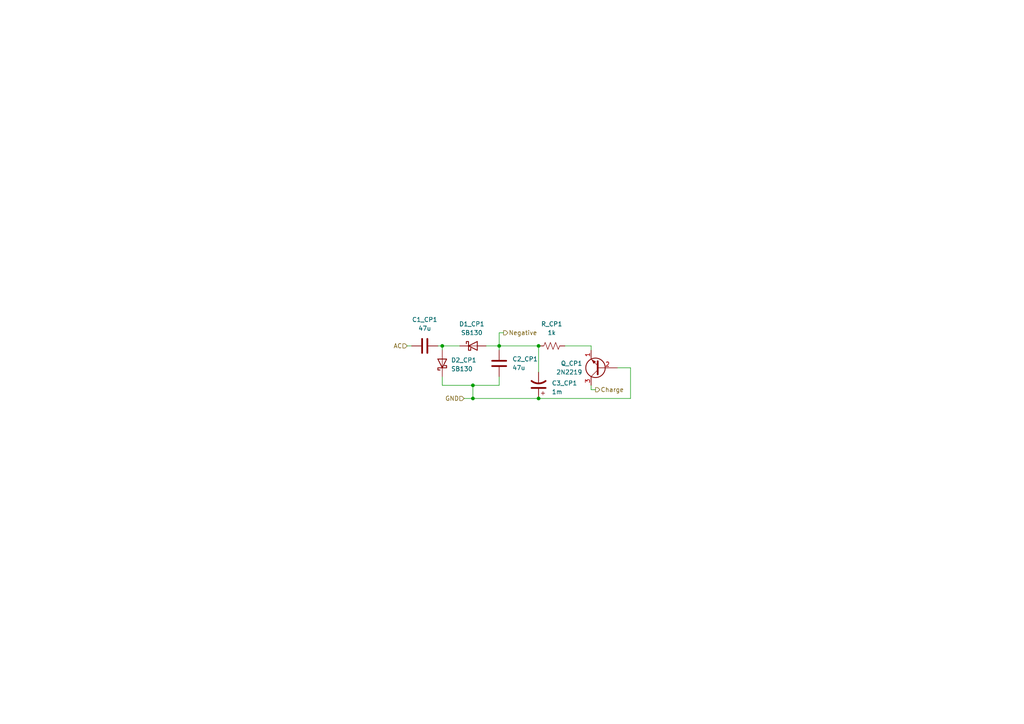
<source format=kicad_sch>
(kicad_sch (version 20211123) (generator eeschema)
  (paper "A4")
  (title_block (title "Charge Pump") (date "2022-08-29") (rev "1") (company "George Mason University") (comment 1 "regulators so that they can stay in regulation.") (comment 2 "reliably output 0V and to create a 1mA load for the linear") (comment 3 "that can be tied to the op-amps' negative rail so that they can") (comment 4 "The charge pump is used to generate a small negative voltage"))
  (lib_symbols
    (symbol "Device:C" (pin_numbers hide) (pin_names (offset 0.254))
      (property "Reference" "C" (at 0.635 2.54 0))
      (property "Value" "C" (at 0.635 -2.54 0))
      (symbol "C_0_1"
        (polyline (pts (xy -2.032 -0.762) (xy 2.032 -0.762)) (stroke (width 0.508)))
        (polyline (pts (xy -2.032 0.762) (xy 2.032 0.762)) (stroke (width 0.508)))
      )
      (symbol "C_1_1"
        (pin passive line (at 0 3.81 270) (length 2.794) (name "~") (number "1"))
        (pin passive line (at 0 -3.81 90) (length 2.794) (name "~") (number "2"))
      )
    )
    (symbol "Device:C_Polarized_US" (pin_numbers hide) (pin_names (offset 0.254) hide)
      (property "Reference" "C" (at 0.635 2.54 0))
      (property "Value" "C_Polarized_US" (at 0.635 -2.54 0))
      (symbol "C_Polarized_US_0_1"
        (polyline (pts (xy -2.032 0.762) (xy 2.032 0.762)) (stroke (width 0.508)))
        (polyline (pts (xy -1.778 2.286) (xy -0.762 2.286)))
        (polyline (pts (xy -1.27 1.778) (xy -1.27 2.794)))
        (arc (start 2.032 -1.27) (mid 0 -0.5572) (end -2.032 -1.27) (stroke (width 0.508)))
      )
      (symbol "C_Polarized_US_1_1"
        (pin passive line (at 0 3.81 270) (length 2.794) (name "~") (number "1"))
        (pin passive line (at 0 -3.81 90) (length 3.302) (name "~") (number "2"))
      )
    )
    (symbol "Device:R_US" (pin_numbers hide) (pin_names (offset 0))
      (property "Reference" "R" (at 2.54 0 90))
      (property "Value" "R_US" (at -2.54 0 90))
      (symbol "R_US_0_1"
        (polyline (pts (xy 0 -2.286) (xy 0 -2.54)))
        (polyline (pts (xy 0 2.286) (xy 0 2.54)))
        (polyline (pts (xy 0 -0.762) (xy 1.016 -1.143) (xy 0 -1.524) (xy -1.016 -1.905) (xy 0 -2.286)))
        (polyline (pts (xy 0 0.762) (xy 1.016 0.381) (xy 0 0) (xy -1.016 -0.381) (xy 0 -0.762)))
        (polyline (pts (xy 0 2.286) (xy 1.016 1.905) (xy 0 1.524) (xy -1.016 1.143) (xy 0 0.762)))
      )
      (symbol "R_US_1_1"
        (pin passive line (at 0 3.81 270) (length 1.27) (name "~") (number "1"))
        (pin passive line (at 0 -3.81 90) (length 1.27) (name "~") (number "2"))
      )
    )
    (symbol "Diode:SB130" (pin_numbers hide) (pin_names (offset 1.016) hide)
      (property "Reference" "D" (at 0 2.54 0))
      (property "Value" "SB130" (at 0 -2.54 0))
      (symbol "SB130_0_1"
        (polyline (pts (xy 1.27 0) (xy -1.27 0)))
        (polyline (pts (xy 1.27 1.27) (xy 1.27 -1.27) (xy -1.27 0) (xy 1.27 1.27)) (stroke (width 0.254)))
        (polyline (pts (xy -1.905 0.635) (xy -1.905 1.27) (xy -1.27 1.27) (xy -1.27 -1.27) (xy -0.635 -1.27) (xy -0.635 -0.635)) (stroke (width 0.254)))
      )
      (symbol "SB130_1_1"
        (pin passive line (at -3.81 0 0) (length 2.54) (name "K") (number "1"))
        (pin passive line (at 3.81 0 180) (length 2.54) (name "A") (number "2"))
      )
    )
    (symbol "Transistor_BJT:2N2219" (pin_names (offset 0) hide)
      (property "Reference" "Q" (at 5.08 1.905 0))
      (property "Value" "2N2219" (at 5.08 0 0))
      (symbol "2N2219_0_1"
        (polyline (pts (xy 0.635 0.635) (xy 2.54 2.54)))
        (polyline (pts (xy 0.635 -0.635) (xy 2.54 -2.54) (xy 2.54 -2.54)))
        (polyline (pts (xy 0.635 1.905) (xy 0.635 -1.905) (xy 0.635 -1.905)) (stroke (width 0.508)))
        (polyline (pts (xy 1.27 -1.778) (xy 1.778 -1.27) (xy 2.286 -2.286) (xy 1.27 -1.778) (xy 1.27 -1.778)) (fill (type outline)))
        (circle (center 1.27 0) (radius 2.8194) (stroke (width 0.254)))
      )
      (symbol "2N2219_1_1"
        (pin passive line (at 2.54 -5.08 90) (length 2.54) (name "E") (number "1"))
        (pin passive line (at -5.08 0 0) (length 5.715) (name "B") (number "2"))
        (pin passive line (at 2.54 5.08 270) (length 2.54) (name "C") (number "3"))
      )
    )
  )
  (junction (at 137.16 115.57))
  (junction (at 156.21 115.57))
  (junction (at 156.21 100.33))
  (junction (at 137.16 111.76))
  (junction (at 144.78 100.33))
  (junction (at 128.27 100.33))
  (wire (pts (xy 118.11 100.33) (xy 119.38 100.33)))
  (wire (pts (xy 146.05 96.52) (xy 144.78 96.52)))
  (wire (pts (xy 128.27 100.33) (xy 127 100.33)))
  (wire (pts (xy 137.16 111.76) (xy 137.16 115.57)))
  (wire (pts (xy 137.16 115.57) (xy 156.21 115.57)))
  (wire (pts (xy 137.16 111.76) (xy 144.78 111.76)))
  (wire (pts (xy 182.88 106.68) (xy 182.88 115.57)))
  (wire (pts (xy 144.78 100.33) (xy 156.21 100.33)))
  (wire (pts (xy 128.27 111.76) (xy 137.16 111.76)))
  (wire (pts (xy 156.21 115.57) (xy 182.88 115.57)))
  (wire (pts (xy 133.35 100.33) (xy 128.27 100.33)))
  (wire (pts (xy 144.78 96.52) (xy 144.78 100.33)))
  (wire (pts (xy 144.78 100.33) (xy 144.78 101.6)))
  (wire (pts (xy 128.27 101.6) (xy 128.27 100.33)))
  (wire (pts (xy 156.21 107.95) (xy 156.21 100.33)))
  (wire (pts (xy 140.97 100.33) (xy 144.78 100.33)))
  (wire (pts (xy 179.07 106.68) (xy 182.88 106.68)))
  (wire (pts (xy 144.78 109.22) (xy 144.78 111.76)))
  (wire (pts (xy 171.45 111.76) (xy 171.45 113.03)))
  (wire (pts (xy 134.62 115.57) (xy 137.16 115.57)))
  (wire (pts (xy 163.83 100.33) (xy 171.45 100.33)))
  (wire (pts (xy 171.45 113.03) (xy 172.72 113.03)))
  (wire (pts (xy 171.45 100.33) (xy 171.45 101.6)))
  (wire (pts (xy 128.27 109.22) (xy 128.27 111.76)))
  (hierarchical_label "GND" (shape input) (at 134.62 115.57 180))
  (hierarchical_label "Charge" (shape output) (at 172.72 113.03 0))
  (hierarchical_label "Negative" (shape output) (at 146.05 96.52 0))
  (hierarchical_label "AC" (shape input) (at 118.11 100.33 180))
  (symbol (lib_id "Device:C") (at 144.78 105.41 0) (unit 1)
    (property "Reference" "C2_CP1" (at 148.59 104.1399 0) (effects (justify left)))
    (property "Value" "47u" (at 148.59 106.6799 0) (effects (justify left)))
    (property "Footprint" "Capacitor_SMD:C_1210_3225Metric" (effects hide))
  )
  (symbol (lib_id "Device:C") (at 123.19 100.33 90) (unit 1)
    (property "Reference" "C1_CP1" (at 123.19 92.71 90))
    (property "Value" "47u" (at 123.19 95.25 90))
    (property "Footprint" "Capacitor_SMD:C_1210_3225Metric" (effects hide))
  )
  (symbol (lib_id "Diode:SB130") (at 128.27 105.41 90) (unit 1)
    (property "Reference" "D2_CP1" (at 130.81 104.4574 90) (effects (justify right)))
    (property "Value" "SB130" (at 130.81 106.9974 90) (effects (justify right)))
    (property "Footprint" "Diode_THT:D_DO-41_SOD81_P10.16mm_Horizontal" (effects hide))
    (property "Datasheet" "http://www.diodes.com/_files/datasheets/ds23022.pdf" (effects hide))
  )
  (symbol (lib_id "Transistor_BJT:2N2219") (at 173.99 106.68 180) (unit 1)
    (property "Reference" "Q_CP1" (at 168.91 105.4099 0) (effects (justify left)))
    (property "Value" "2N2219" (at 168.91 107.9499 0) (effects (justify left)))
    (property "Footprint" "Package_TO_SOT_THT:TO-92_Inline" (effects hide))
    (property "Datasheet" "http://www.onsemi.com/pub_link/Collateral/2N2219-D.PDF" (effects hide))
  )
  (symbol (lib_id "Diode:SB130") (at 137.16 100.33 0) (unit 1)
    (property "Reference" "D1_CP1" (at 136.8425 93.98 0))
    (property "Value" "SB130" (at 136.8425 96.52 0))
    (property "Footprint" "Diode_THT:D_DO-41_SOD81_P10.16mm_Horizontal" (effects hide))
    (property "Datasheet" "http://www.diodes.com/_files/datasheets/ds23022.pdf" (effects hide))
  )
  (symbol (lib_id "Device:C_Polarized_US") (at 156.21 111.76 180) (unit 1)
    (property "Reference" "C3_CP1" (at 160.02 111.1249 0) (effects (justify right)))
    (property "Value" "1m" (at 160.02 113.6649 0) (effects (justify right)))
    (property "Footprint" "Capacitor_THT:CP_Radial_D10.0mm_P5.00mm" (effects hide))
  )
  (symbol (lib_id "Device:R_US") (at 160.02 100.33 90) (unit 1)
    (property "Reference" "R_CP1" (at 160.02 93.98 90))
    (property "Value" "1k" (at 160.02 96.52 90))
    (property "Footprint" "Resistor_SMD:R_1210_3225Metric" (effects hide))
  )
)
</source>
